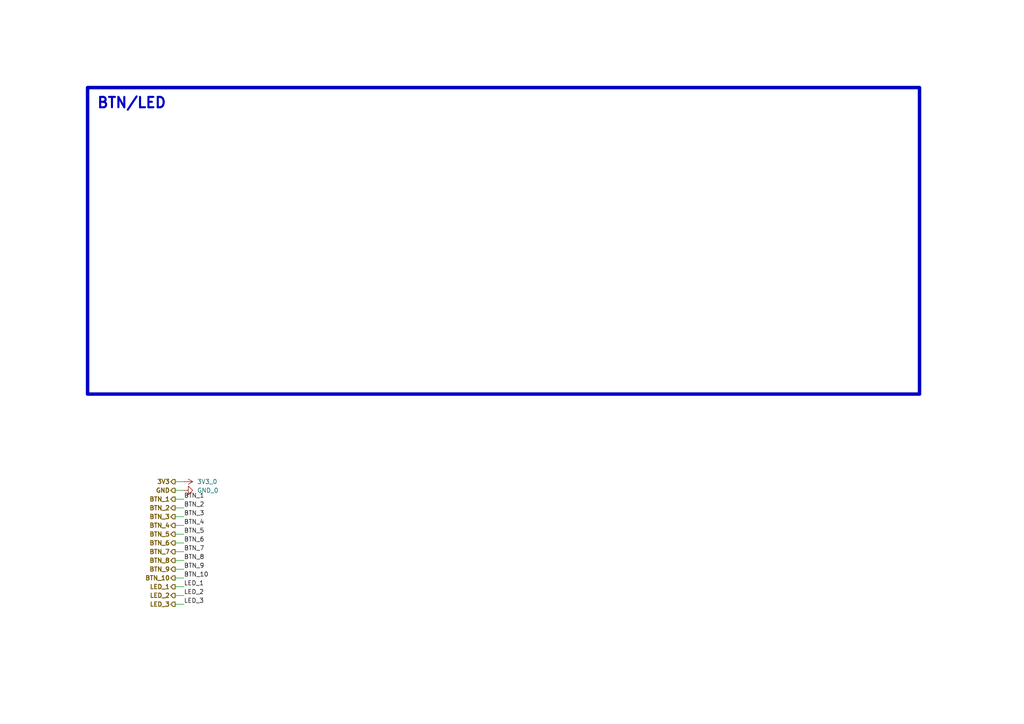
<source format=kicad_sch>
(kicad_sch (version 20230121) (generator eeschema)

  (uuid f0179a28-00f2-47d6-a05a-90eff96e5851)

  (paper "A4")

  (lib_symbols
    (symbol "a5d27_handheld_console:3V3_0" (power) (pin_names (offset 0)) (in_bom yes) (on_board yes)
      (property "Reference" "#PWR" (at 0 -3.81 0)
        (effects (font (size 1.27 1.27)) hide)
      )
      (property "Value" "3V3_0" (at 0 3.556 0)
        (effects (font (size 1.27 1.27)))
      )
      (property "Footprint" "" (at 0 0 0)
        (effects (font (size 1.27 1.27)) hide)
      )
      (property "Datasheet" "" (at 0 0 0)
        (effects (font (size 1.27 1.27)) hide)
      )
      (property "ki_keywords" "power-flag" (at 0 0 0)
        (effects (font (size 1.27 1.27)) hide)
      )
      (property "ki_description" "Power symbol creates a global label with name \"+3V3_0\"" (at 0 0 0)
        (effects (font (size 1.27 1.27)) hide)
      )
      (symbol "3V3_0_0_1"
        (polyline
          (pts
            (xy -0.762 1.27)
            (xy 0 2.54)
          )
          (stroke (width 0) (type default))
          (fill (type none))
        )
        (polyline
          (pts
            (xy 0 0)
            (xy 0 2.54)
          )
          (stroke (width 0) (type default))
          (fill (type none))
        )
        (polyline
          (pts
            (xy 0 2.54)
            (xy 0.762 1.27)
          )
          (stroke (width 0) (type default))
          (fill (type none))
        )
      )
      (symbol "3V3_0_1_1"
        (pin power_in line (at 0 0 90) (length 0) hide
          (name "3V3_0" (effects (font (size 1.27 1.27))))
          (number "1" (effects (font (size 1.27 1.27))))
        )
      )
    )
    (symbol "a5d27_handheld_console:GND_0" (power) (pin_names (offset 0)) (in_bom yes) (on_board yes)
      (property "Reference" "#PWR" (at 0 -6.35 0)
        (effects (font (size 1.27 1.27)) hide)
      )
      (property "Value" "GND_0" (at 0 -3.81 0)
        (effects (font (size 1.27 1.27)))
      )
      (property "Footprint" "" (at 0 0 0)
        (effects (font (size 1.27 1.27)) hide)
      )
      (property "Datasheet" "" (at 0 0 0)
        (effects (font (size 1.27 1.27)) hide)
      )
      (property "ki_keywords" "power-flag" (at 0 0 0)
        (effects (font (size 1.27 1.27)) hide)
      )
      (property "ki_description" "Power symbol creates a global label with name \"GND_0\" , ground_1" (at 0 0 0)
        (effects (font (size 1.27 1.27)) hide)
      )
      (symbol "GND_0_0_1"
        (polyline
          (pts
            (xy 0 0)
            (xy 0 -1.27)
            (xy 1.27 -1.27)
            (xy 0 -2.54)
            (xy -1.27 -1.27)
            (xy 0 -1.27)
          )
          (stroke (width 0) (type default))
          (fill (type none))
        )
      )
      (symbol "GND_0_1_1"
        (pin power_in line (at 0 0 270) (length 0) hide
          (name "GND_0" (effects (font (size 1.27 1.27))))
          (number "1" (effects (font (size 1.27 1.27))))
        )
      )
    )
  )


  (wire (pts (xy 50.8 167.64) (xy 53.34 167.64))
    (stroke (width 0) (type default))
    (uuid 0564ec0c-d7a4-4826-a08e-f658cdd8e21c)
  )
  (wire (pts (xy 50.8 152.4) (xy 53.34 152.4))
    (stroke (width 0) (type default))
    (uuid 13224e8b-0f46-4c91-9f24-e0025696eb79)
  )
  (wire (pts (xy 50.8 139.7) (xy 53.34 139.7))
    (stroke (width 0) (type default))
    (uuid 242f2208-395e-40f2-8c14-562faef3c672)
  )
  (wire (pts (xy 50.8 154.94) (xy 53.34 154.94))
    (stroke (width 0) (type default))
    (uuid 2459ba21-e87a-46a7-8391-9fee8af4ab41)
  )
  (wire (pts (xy 50.8 144.78) (xy 53.34 144.78))
    (stroke (width 0) (type default))
    (uuid 3b411237-e179-41ed-ada8-3e2764096d8e)
  )
  (wire (pts (xy 50.8 147.32) (xy 53.34 147.32))
    (stroke (width 0) (type default))
    (uuid 3ced4cfd-a80e-4fea-9ffc-b8790b4665aa)
  )
  (wire (pts (xy 50.8 149.86) (xy 53.34 149.86))
    (stroke (width 0) (type default))
    (uuid 4927fbc7-55f5-4798-bb0f-d4204976d1d5)
  )
  (wire (pts (xy 50.8 142.24) (xy 53.34 142.24))
    (stroke (width 0) (type default))
    (uuid 49bb0707-214f-4d69-852b-8468f195d651)
  )
  (wire (pts (xy 50.8 165.1) (xy 53.34 165.1))
    (stroke (width 0) (type default))
    (uuid 66592316-ea18-4eb6-bebc-530dedb87b1c)
  )
  (wire (pts (xy 50.8 170.18) (xy 53.34 170.18))
    (stroke (width 0) (type default))
    (uuid 7dfbc01e-f395-49b9-860a-62c08a2a323c)
  )
  (wire (pts (xy 50.8 162.56) (xy 53.34 162.56))
    (stroke (width 0) (type default))
    (uuid 9456ce6d-e27e-4d30-b78b-4b1d535b1eb7)
  )
  (wire (pts (xy 50.8 157.48) (xy 53.34 157.48))
    (stroke (width 0) (type default))
    (uuid b976beea-3368-4a68-a80a-0af1abb7c2bb)
  )
  (wire (pts (xy 50.8 160.02) (xy 53.34 160.02))
    (stroke (width 0) (type default))
    (uuid c01da3be-d96b-4129-9fa4-bfa0e4e048f4)
  )
  (wire (pts (xy 50.8 172.72) (xy 53.34 172.72))
    (stroke (width 0) (type default))
    (uuid cd01a464-618e-45cb-92d9-9af740bf40a9)
  )
  (wire (pts (xy 50.8 175.26) (xy 53.34 175.26))
    (stroke (width 0) (type default))
    (uuid dbdd07cc-1f02-42e5-9bbb-6f5366ee703b)
  )

  (rectangle (start 25.4 25.4) (end 266.7 114.3)
    (stroke (width 1) (type default))
    (fill (type none))
    (uuid dc719ce2-db64-400c-9fc3-29404b74b665)
  )

  (text "BTN/LED" (at 27.94 31.75 0)
    (effects (font (size 3 3) (thickness 0.6) bold) (justify left bottom))
    (uuid 67833042-6b42-49ed-ba3d-66512039b12f)
  )

  (label "BTN_2" (at 53.34 147.32 0) (fields_autoplaced)
    (effects (font (size 1.27 1.27)) (justify left bottom))
    (uuid 107da720-9938-43f6-aa19-255d550c44d5)
  )
  (label "LED_1" (at 53.34 170.18 0) (fields_autoplaced)
    (effects (font (size 1.27 1.27)) (justify left bottom))
    (uuid 16651ef5-1a16-4312-bd19-a999c07acf9c)
  )
  (label "BTN_6" (at 53.34 157.48 0) (fields_autoplaced)
    (effects (font (size 1.27 1.27)) (justify left bottom))
    (uuid 395b7274-9335-4f48-90d2-5cd332cc8050)
  )
  (label "BTN_3" (at 53.34 149.86 0) (fields_autoplaced)
    (effects (font (size 1.27 1.27)) (justify left bottom))
    (uuid 5ddba4c0-3b76-4b17-8fc3-9a2eb06f4727)
  )
  (label "LED_2" (at 53.34 172.72 0) (fields_autoplaced)
    (effects (font (size 1.27 1.27)) (justify left bottom))
    (uuid a048532c-364a-472c-9352-8c4d0d8c47f5)
  )
  (label "BTN_4" (at 53.34 152.4 0) (fields_autoplaced)
    (effects (font (size 1.27 1.27)) (justify left bottom))
    (uuid b1b8d815-15da-4687-a566-4b2e6b1871bd)
  )
  (label "LED_3" (at 53.34 175.26 0) (fields_autoplaced)
    (effects (font (size 1.27 1.27)) (justify left bottom))
    (uuid b8bad381-1ade-4ab9-8534-86155ea8c140)
  )
  (label "BTN_7" (at 53.34 160.02 0) (fields_autoplaced)
    (effects (font (size 1.27 1.27)) (justify left bottom))
    (uuid c580d7f5-de93-4693-91bc-59a57d4ce3de)
  )
  (label "BTN_9" (at 53.34 165.1 0) (fields_autoplaced)
    (effects (font (size 1.27 1.27)) (justify left bottom))
    (uuid ca56cfe9-8167-445c-b891-4adefe2f9980)
  )
  (label "BTN_10" (at 53.34 167.64 0) (fields_autoplaced)
    (effects (font (size 1.27 1.27)) (justify left bottom))
    (uuid dc66506a-5602-42c4-97bf-5f80a5ca23f5)
  )
  (label "BTN_5" (at 53.34 154.94 0) (fields_autoplaced)
    (effects (font (size 1.27 1.27)) (justify left bottom))
    (uuid df70501b-05c9-4b10-9568-0d5369f9fc0f)
  )
  (label "BTN_8" (at 53.34 162.56 0) (fields_autoplaced)
    (effects (font (size 1.27 1.27)) (justify left bottom))
    (uuid e14b808d-64f8-45d0-8695-8134a4b8e117)
  )
  (label "BTN_1" (at 53.34 144.78 0) (fields_autoplaced)
    (effects (font (size 1.27 1.27)) (justify left bottom))
    (uuid fc4cc184-2a73-4d80-876e-47b0e5db4a4c)
  )

  (hierarchical_label "GND" (shape output) (at 50.8 142.24 180) (fields_autoplaced)
    (effects (font (size 1.27 1.27) bold) (justify right))
    (uuid 0a54480e-5d70-482a-bec4-2cc5daf2d4ac)
  )
  (hierarchical_label "LED_3" (shape output) (at 50.8 175.26 180) (fields_autoplaced)
    (effects (font (size 1.27 1.27) bold) (justify right))
    (uuid 0bee90fa-448b-4776-8780-2e45b8fc7a87)
  )
  (hierarchical_label "BTN_4" (shape output) (at 50.8 152.4 180) (fields_autoplaced)
    (effects (font (size 1.27 1.27) bold) (justify right))
    (uuid 1826f38e-c233-4a02-89ee-ae9f40cbb343)
  )
  (hierarchical_label "BTN_8" (shape output) (at 50.8 162.56 180) (fields_autoplaced)
    (effects (font (size 1.27 1.27) bold) (justify right))
    (uuid 36f389cb-52d2-4263-a8fa-d27b17e79179)
  )
  (hierarchical_label "BTN_10" (shape output) (at 50.8 167.64 180) (fields_autoplaced)
    (effects (font (size 1.27 1.27) bold) (justify right))
    (uuid 4ddcfccd-87b3-4ca7-9ddf-721348221754)
  )
  (hierarchical_label "BTN_3" (shape output) (at 50.8 149.86 180) (fields_autoplaced)
    (effects (font (size 1.27 1.27) bold) (justify right))
    (uuid 572258d3-43cd-42e6-94ca-2932059df0ab)
  )
  (hierarchical_label "BTN_5" (shape output) (at 50.8 154.94 180) (fields_autoplaced)
    (effects (font (size 1.27 1.27) bold) (justify right))
    (uuid 6be9de3a-f6bb-4b80-a5bf-e9ce5a89bc31)
  )
  (hierarchical_label "BTN_6" (shape output) (at 50.8 157.48 180) (fields_autoplaced)
    (effects (font (size 1.27 1.27) bold) (justify right))
    (uuid 705304fe-f1e1-47c3-b613-fec741c2a5a1)
  )
  (hierarchical_label "LED_1" (shape output) (at 50.8 170.18 180) (fields_autoplaced)
    (effects (font (size 1.27 1.27) bold) (justify right))
    (uuid 72272379-2956-40b3-a92a-6d3eb597dc77)
  )
  (hierarchical_label "BTN_7" (shape output) (at 50.8 160.02 180) (fields_autoplaced)
    (effects (font (size 1.27 1.27) bold) (justify right))
    (uuid 7904b4a3-c39e-47b6-86d0-9659f9b3e460)
  )
  (hierarchical_label "BTN_2" (shape output) (at 50.8 147.32 180) (fields_autoplaced)
    (effects (font (size 1.27 1.27) bold) (justify right))
    (uuid 9724c930-6d19-44e4-bd44-3a1f9db98cd7)
  )
  (hierarchical_label "LED_2" (shape output) (at 50.8 172.72 180) (fields_autoplaced)
    (effects (font (size 1.27 1.27) bold) (justify right))
    (uuid b012cb02-269e-40ad-b514-54c61051f61b)
  )
  (hierarchical_label "BTN_1" (shape output) (at 50.8 144.78 180) (fields_autoplaced)
    (effects (font (size 1.27 1.27) bold) (justify right))
    (uuid b61807b8-c642-410b-87d4-453d4db0d338)
  )
  (hierarchical_label "3V3" (shape output) (at 50.8 139.7 180) (fields_autoplaced)
    (effects (font (size 1.27 1.27) bold) (justify right))
    (uuid c634d31a-74eb-4af4-91af-c3d47a2f1b22)
  )
  (hierarchical_label "BTN_9" (shape output) (at 50.8 165.1 180) (fields_autoplaced)
    (effects (font (size 1.27 1.27) bold) (justify right))
    (uuid e1aab56e-9a22-4d88-a2b4-508c2d934cf3)
  )

  (symbol (lib_id "a5d27_handheld_console:GND_0") (at 53.34 142.24 90) (unit 1)
    (in_bom yes) (on_board yes) (dnp no) (fields_autoplaced)
    (uuid 5863e60e-4986-467b-8ce3-0adff1200704)
    (property "Reference" "#PWR02" (at 59.69 142.24 0)
      (effects (font (size 1.27 1.27)) hide)
    )
    (property "Value" "GND_0" (at 57.15 142.24 90)
      (effects (font (size 1.27 1.27)) (justify right))
    )
    (property "Footprint" "" (at 53.34 142.24 0)
      (effects (font (size 1.27 1.27)) hide)
    )
    (property "Datasheet" "" (at 53.34 142.24 0)
      (effects (font (size 1.27 1.27)) hide)
    )
    (pin "1" (uuid ec28dee0-88dc-4823-b1ab-62f9d6d57d21))
    (instances
      (project "a5d27_handheld_console_pcb"
        (path "/fd501c84-4258-43e4-af77-54ebf4dc7f35/0ba1ffb4-8afd-48c1-bdbd-a096ee090570"
          (reference "#PWR02") (unit 1)
        )
      )
    )
  )

  (symbol (lib_id "a5d27_handheld_console:3V3_0") (at 53.34 139.7 270) (unit 1)
    (in_bom yes) (on_board yes) (dnp no)
    (uuid dec52b1d-fd08-42f7-b2c4-913b21f78528)
    (property "Reference" "#PWR01" (at 49.53 139.7 0)
      (effects (font (size 1.27 1.27)) hide)
    )
    (property "Value" "3V3_0" (at 57.15 139.7 90)
      (effects (font (size 1.27 1.27)) (justify left))
    )
    (property "Footprint" "" (at 53.34 139.7 0)
      (effects (font (size 1.27 1.27)) hide)
    )
    (property "Datasheet" "" (at 53.34 139.7 0)
      (effects (font (size 1.27 1.27)) hide)
    )
    (pin "1" (uuid 9d0d898a-9c06-49b3-bfd4-7413312d37d2))
    (instances
      (project "a5d27_handheld_console_pcb"
        (path "/fd501c84-4258-43e4-af77-54ebf4dc7f35/0ba1ffb4-8afd-48c1-bdbd-a096ee090570"
          (reference "#PWR01") (unit 1)
        )
      )
    )
  )
)

</source>
